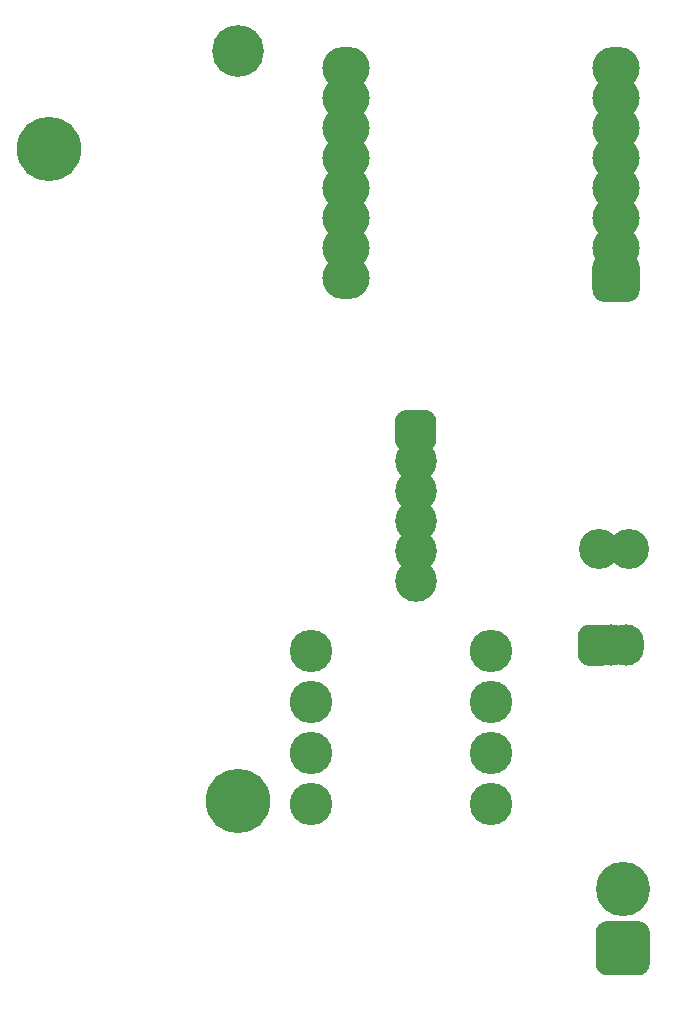
<source format=gbr>
%TF.GenerationSoftware,KiCad,Pcbnew,5.1.12-84ad8e8a86~92~ubuntu16.04.1*%
%TF.CreationDate,2023-12-01T21:15:30-03:00*%
%TF.ProjectId,BlackBox,426c6163-6b42-46f7-982e-6b696361645f,rev?*%
%TF.SameCoordinates,Original*%
%TF.FileFunction,Soldermask,Bot*%
%TF.FilePolarity,Negative*%
%FSLAX46Y46*%
G04 Gerber Fmt 4.6, Leading zero omitted, Abs format (unit mm)*
G04 Created by KiCad (PCBNEW 5.1.12-84ad8e8a86~92~ubuntu16.04.1) date 2023-12-01 21:15:30*
%MOMM*%
%LPD*%
G01*
G04 APERTURE LIST*
%ADD10O,3.050000X3.500000*%
%ADD11C,3.600000*%
%ADD12O,3.600000X3.600000*%
%ADD13C,3.524000*%
%ADD14C,5.450000*%
%ADD15C,4.390000*%
%ADD16C,3.400000*%
%ADD17C,4.600000*%
%ADD18O,4.000000X3.600000*%
G04 APERTURE END LIST*
%TO.C,U2*%
G36*
G01*
X153161000Y-120384001D02*
X153161000Y-118883999D01*
G75*
G02*
X154160999Y-117884000I999999J0D01*
G01*
X155211001Y-117884000D01*
G75*
G02*
X156211000Y-118883999I0J-999999D01*
G01*
X156211000Y-120384001D01*
G75*
G02*
X155211001Y-121384000I-999999J0D01*
G01*
X154160999Y-121384000D01*
G75*
G02*
X153161000Y-120384001I0J999999D01*
G01*
G37*
D10*
X157226000Y-119634000D03*
X155956000Y-119634000D03*
%TD*%
D11*
%TO.C,R3*%
X130540000Y-120142000D03*
D12*
X145780000Y-120142000D03*
%TD*%
%TO.C,R2*%
X130540000Y-124460000D03*
D11*
X145780000Y-124460000D03*
%TD*%
D12*
%TO.C,R1*%
X130540000Y-128778000D03*
D11*
X145780000Y-128778000D03*
%TD*%
%TO.C,A1*%
G36*
G01*
X137678000Y-102232000D02*
X137678000Y-100708000D01*
G75*
G02*
X138678000Y-99708000I1000000J0D01*
G01*
X140202000Y-99708000D01*
G75*
G02*
X141202000Y-100708000I0J-1000000D01*
G01*
X141202000Y-102232000D01*
G75*
G02*
X140202000Y-103232000I-1000000J0D01*
G01*
X138678000Y-103232000D01*
G75*
G02*
X137678000Y-102232000I0J1000000D01*
G01*
G37*
D13*
X139440000Y-104010000D03*
X139440000Y-106550000D03*
X139440000Y-109090000D03*
X139440000Y-111630000D03*
X139440000Y-114170000D03*
%TD*%
D14*
%TO.C,BT1*%
X124360000Y-132810000D03*
X108360000Y-77610000D03*
D15*
X124360000Y-69280000D03*
%TD*%
D16*
%TO.C,C1*%
X157480000Y-111506000D03*
X154980000Y-111506000D03*
%TD*%
D11*
%TO.C,R4*%
X145780000Y-133096000D03*
D12*
X130540000Y-133096000D03*
%TD*%
%TO.C,SW1*%
G36*
G01*
X158272000Y-147588000D02*
X155672000Y-147588000D01*
G75*
G02*
X154672000Y-146588000I0J1000000D01*
G01*
X154672000Y-143988000D01*
G75*
G02*
X155672000Y-142988000I1000000J0D01*
G01*
X158272000Y-142988000D01*
G75*
G02*
X159272000Y-143988000I0J-1000000D01*
G01*
X159272000Y-146588000D01*
G75*
G02*
X158272000Y-147588000I-1000000J0D01*
G01*
G37*
D17*
X156972000Y-140288000D03*
%TD*%
D18*
%TO.C,U1*%
X156410000Y-86030000D03*
G36*
G01*
X158410000Y-87570000D02*
X158410000Y-89570000D01*
G75*
G02*
X157410000Y-90570000I-1000000J0D01*
G01*
X155410000Y-90570000D01*
G75*
G02*
X154410000Y-89570000I0J1000000D01*
G01*
X154410000Y-87570000D01*
G75*
G02*
X155410000Y-86570000I1000000J0D01*
G01*
X157410000Y-86570000D01*
G75*
G02*
X158410000Y-87570000I0J-1000000D01*
G01*
G37*
X156410000Y-83490000D03*
X156410000Y-80950000D03*
X156410000Y-78410000D03*
X156410000Y-75870000D03*
X156410000Y-73330000D03*
X156410000Y-70790000D03*
X133550000Y-70790000D03*
X133550000Y-73330000D03*
X133550000Y-75870000D03*
X133550000Y-78410000D03*
X133550000Y-80950000D03*
X133550000Y-83490000D03*
X133550000Y-86030000D03*
X133550000Y-88570000D03*
%TD*%
M02*

</source>
